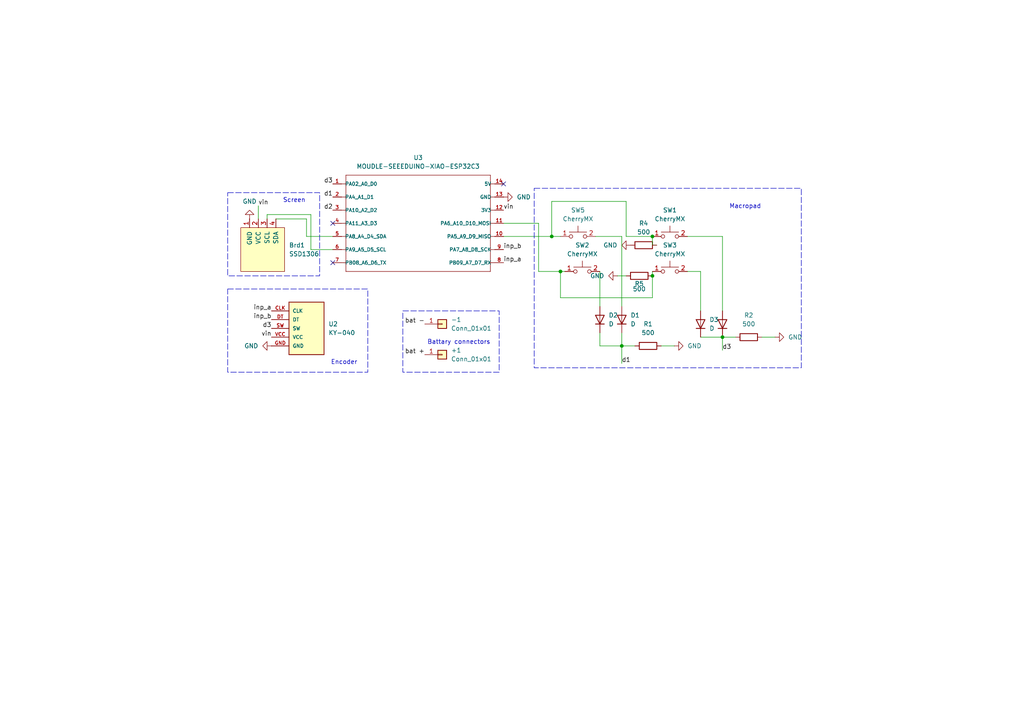
<source format=kicad_sch>
(kicad_sch
	(version 20231120)
	(generator "eeschema")
	(generator_version "8.0")
	(uuid "99642f14-29a2-4423-b587-420b0420d9e3")
	(paper "A4")
	(lib_symbols
		(symbol "Connector_Generic:Conn_01x01"
			(pin_names
				(offset 1.016) hide)
			(exclude_from_sim no)
			(in_bom yes)
			(on_board yes)
			(property "Reference" "J"
				(at 0 2.54 0)
				(effects
					(font
						(size 1.27 1.27)
					)
				)
			)
			(property "Value" "Conn_01x01"
				(at 0 -2.54 0)
				(effects
					(font
						(size 1.27 1.27)
					)
				)
			)
			(property "Footprint" ""
				(at 0 0 0)
				(effects
					(font
						(size 1.27 1.27)
					)
					(hide yes)
				)
			)
			(property "Datasheet" "~"
				(at 0 0 0)
				(effects
					(font
						(size 1.27 1.27)
					)
					(hide yes)
				)
			)
			(property "Description" "Generic connector, single row, 01x01, script generated (kicad-library-utils/schlib/autogen/connector/)"
				(at 0 0 0)
				(effects
					(font
						(size 1.27 1.27)
					)
					(hide yes)
				)
			)
			(property "ki_keywords" "connector"
				(at 0 0 0)
				(effects
					(font
						(size 1.27 1.27)
					)
					(hide yes)
				)
			)
			(property "ki_fp_filters" "Connector*:*_1x??_*"
				(at 0 0 0)
				(effects
					(font
						(size 1.27 1.27)
					)
					(hide yes)
				)
			)
			(symbol "Conn_01x01_1_1"
				(rectangle
					(start -1.27 0.127)
					(end 0 -0.127)
					(stroke
						(width 0.1524)
						(type default)
					)
					(fill
						(type none)
					)
				)
				(rectangle
					(start -1.27 1.27)
					(end 1.27 -1.27)
					(stroke
						(width 0.254)
						(type default)
					)
					(fill
						(type background)
					)
				)
				(pin passive line
					(at -5.08 0 0)
					(length 3.81)
					(name "Pin_1"
						(effects
							(font
								(size 1.27 1.27)
							)
						)
					)
					(number "1"
						(effects
							(font
								(size 1.27 1.27)
							)
						)
					)
				)
			)
		)
		(symbol "Device:D"
			(pin_numbers hide)
			(pin_names
				(offset 1.016) hide)
			(exclude_from_sim no)
			(in_bom yes)
			(on_board yes)
			(property "Reference" "D"
				(at 0 2.54 0)
				(effects
					(font
						(size 1.27 1.27)
					)
				)
			)
			(property "Value" "D"
				(at 0 -2.54 0)
				(effects
					(font
						(size 1.27 1.27)
					)
				)
			)
			(property "Footprint" ""
				(at 0 0 0)
				(effects
					(font
						(size 1.27 1.27)
					)
					(hide yes)
				)
			)
			(property "Datasheet" "~"
				(at 0 0 0)
				(effects
					(font
						(size 1.27 1.27)
					)
					(hide yes)
				)
			)
			(property "Description" "Diode"
				(at 0 0 0)
				(effects
					(font
						(size 1.27 1.27)
					)
					(hide yes)
				)
			)
			(property "Sim.Device" "D"
				(at 0 0 0)
				(effects
					(font
						(size 1.27 1.27)
					)
					(hide yes)
				)
			)
			(property "Sim.Pins" "1=K 2=A"
				(at 0 0 0)
				(effects
					(font
						(size 1.27 1.27)
					)
					(hide yes)
				)
			)
			(property "ki_keywords" "diode"
				(at 0 0 0)
				(effects
					(font
						(size 1.27 1.27)
					)
					(hide yes)
				)
			)
			(property "ki_fp_filters" "TO-???* *_Diode_* *SingleDiode* D_*"
				(at 0 0 0)
				(effects
					(font
						(size 1.27 1.27)
					)
					(hide yes)
				)
			)
			(symbol "D_0_1"
				(polyline
					(pts
						(xy -1.27 1.27) (xy -1.27 -1.27)
					)
					(stroke
						(width 0.254)
						(type default)
					)
					(fill
						(type none)
					)
				)
				(polyline
					(pts
						(xy 1.27 0) (xy -1.27 0)
					)
					(stroke
						(width 0)
						(type default)
					)
					(fill
						(type none)
					)
				)
				(polyline
					(pts
						(xy 1.27 1.27) (xy 1.27 -1.27) (xy -1.27 0) (xy 1.27 1.27)
					)
					(stroke
						(width 0.254)
						(type default)
					)
					(fill
						(type none)
					)
				)
			)
			(symbol "D_1_1"
				(pin passive line
					(at -3.81 0 0)
					(length 2.54)
					(name "K"
						(effects
							(font
								(size 1.27 1.27)
							)
						)
					)
					(number "1"
						(effects
							(font
								(size 1.27 1.27)
							)
						)
					)
				)
				(pin passive line
					(at 3.81 0 180)
					(length 2.54)
					(name "A"
						(effects
							(font
								(size 1.27 1.27)
							)
						)
					)
					(number "2"
						(effects
							(font
								(size 1.27 1.27)
							)
						)
					)
				)
			)
		)
		(symbol "Device:R"
			(pin_numbers hide)
			(pin_names
				(offset 0)
			)
			(exclude_from_sim no)
			(in_bom yes)
			(on_board yes)
			(property "Reference" "R1"
				(at 2.54 1.2701 0)
				(effects
					(font
						(size 1.27 1.27)
					)
					(justify left)
				)
			)
			(property "Value" "R"
				(at 2.54 -1.2699 0)
				(effects
					(font
						(size 1.27 1.27)
					)
					(justify left)
				)
			)
			(property "Footprint" "Resistor_SMD:R_0805_2012Metric"
				(at -1.778 0 90)
				(effects
					(font
						(size 1.27 1.27)
					)
					(hide yes)
				)
			)
			(property "Datasheet" "~"
				(at 0 0 0)
				(effects
					(font
						(size 1.27 1.27)
					)
					(hide yes)
				)
			)
			(property "Description" "Resistor"
				(at 0 0 0)
				(effects
					(font
						(size 1.27 1.27)
					)
					(hide yes)
				)
			)
			(property "ki_keywords" "R res resistor"
				(at 0 0 0)
				(effects
					(font
						(size 1.27 1.27)
					)
					(hide yes)
				)
			)
			(property "ki_fp_filters" "R_*"
				(at 0 0 0)
				(effects
					(font
						(size 1.27 1.27)
					)
					(hide yes)
				)
			)
			(symbol "R_0_1"
				(rectangle
					(start -1.016 -2.54)
					(end 1.016 2.54)
					(stroke
						(width 0.254)
						(type default)
					)
					(fill
						(type none)
					)
				)
			)
			(symbol "R_1_1"
				(pin passive line
					(at 0 3.81 270)
					(length 1.27)
					(name "~"
						(effects
							(font
								(size 1.27 1.27)
							)
						)
					)
					(number "1"
						(effects
							(font
								(size 1.27 1.27)
							)
						)
					)
				)
				(pin passive line
					(at 0 -3.81 90)
					(length 1.27)
					(name "~"
						(effects
							(font
								(size 1.27 1.27)
							)
						)
					)
					(number "2"
						(effects
							(font
								(size 1.27 1.27)
							)
						)
					)
				)
			)
		)
		(symbol "Screen:SSD1306"
			(pin_names
				(offset 1.016)
			)
			(exclude_from_sim no)
			(in_bom yes)
			(on_board yes)
			(property "Reference" "Brd1"
				(at 7.62 1.2701 0)
				(effects
					(font
						(size 1.27 1.27)
					)
					(justify left)
				)
			)
			(property "Value" "SSD1306"
				(at 7.62 -1.2699 0)
				(effects
					(font
						(size 1.27 1.27)
					)
					(justify left)
				)
			)
			(property "Footprint" "Display:Adafruit_SSD1306_No_Mounting_Holes"
				(at 0 6.35 0)
				(effects
					(font
						(size 1.27 1.27)
					)
					(hide yes)
				)
			)
			(property "Datasheet" ""
				(at 0 6.35 0)
				(effects
					(font
						(size 1.27 1.27)
					)
					(hide yes)
				)
			)
			(property "Description" "SSD1306 OLED"
				(at 0 0 0)
				(effects
					(font
						(size 1.27 1.27)
					)
					(hide yes)
				)
			)
			(property "ki_keywords" "SSD1306"
				(at 0 0 0)
				(effects
					(font
						(size 1.27 1.27)
					)
					(hide yes)
				)
			)
			(property "ki_fp_filters" "SSD1306-128x64_OLED:SSD1306"
				(at 0 0 0)
				(effects
					(font
						(size 1.27 1.27)
					)
					(hide yes)
				)
			)
			(symbol "SSD1306_0_1"
				(rectangle
					(start -6.35 6.35)
					(end 6.35 -6.35)
					(stroke
						(width 0)
						(type solid)
					)
					(fill
						(type background)
					)
				)
			)
			(symbol "SSD1306_1_1"
				(pin input line
					(at -3.81 8.89 270)
					(length 2.54)
					(name "GND"
						(effects
							(font
								(size 1.27 1.27)
							)
						)
					)
					(number "1"
						(effects
							(font
								(size 1.27 1.27)
							)
						)
					)
				)
				(pin input line
					(at -1.27 8.89 270)
					(length 2.54)
					(name "VCC"
						(effects
							(font
								(size 1.27 1.27)
							)
						)
					)
					(number "2"
						(effects
							(font
								(size 1.27 1.27)
							)
						)
					)
				)
				(pin input line
					(at 1.27 8.89 270)
					(length 2.54)
					(name "SCL"
						(effects
							(font
								(size 1.27 1.27)
							)
						)
					)
					(number "3"
						(effects
							(font
								(size 1.27 1.27)
							)
						)
					)
				)
				(pin input line
					(at 3.81 8.89 270)
					(length 2.54)
					(name "SDA"
						(effects
							(font
								(size 1.27 1.27)
							)
						)
					)
					(number "4"
						(effects
							(font
								(size 1.27 1.27)
							)
						)
					)
				)
			)
		)
		(symbol "cherry:CherryMX"
			(pin_names
				(offset 0.254)
			)
			(exclude_from_sim no)
			(in_bom yes)
			(on_board yes)
			(property "Reference" "SW"
				(at 2.54 3.175 0)
				(effects
					(font
						(size 1.27 1.27)
					)
				)
			)
			(property "Value" "CherryMX"
				(at 0 -1.905 0)
				(effects
					(font
						(size 1.27 1.27)
					)
				)
			)
			(property "Footprint" ""
				(at 0 0.635 0)
				(effects
					(font
						(size 1.27 1.27)
					)
					(hide yes)
				)
			)
			(property "Datasheet" ""
				(at 0 0.635 0)
				(effects
					(font
						(size 1.27 1.27)
					)
					(hide yes)
				)
			)
			(property "Description" ""
				(at 0 0 0)
				(effects
					(font
						(size 1.27 1.27)
					)
					(hide yes)
				)
			)
			(symbol "CherryMX_1_1"
				(circle
					(center -2.032 0)
					(radius 0.508)
					(stroke
						(width 0)
						(type solid)
					)
					(fill
						(type none)
					)
				)
				(polyline
					(pts
						(xy 0 1.27) (xy 0 3.048)
					)
					(stroke
						(width 0)
						(type solid)
					)
					(fill
						(type none)
					)
				)
				(polyline
					(pts
						(xy 2.54 1.27) (xy -2.54 1.27)
					)
					(stroke
						(width 0)
						(type solid)
					)
					(fill
						(type none)
					)
				)
				(circle
					(center 2.032 0)
					(radius 0.508)
					(stroke
						(width 0)
						(type solid)
					)
					(fill
						(type none)
					)
				)
				(pin passive line
					(at -5.08 0 0)
					(length 2.54)
					(name "~"
						(effects
							(font
								(size 1.27 1.27)
							)
						)
					)
					(number "1"
						(effects
							(font
								(size 1.27 1.27)
							)
						)
					)
				)
				(pin passive line
					(at 5.08 0 180)
					(length 2.54)
					(name "~"
						(effects
							(font
								(size 1.27 1.27)
							)
						)
					)
					(number "2"
						(effects
							(font
								(size 1.27 1.27)
							)
						)
					)
				)
			)
		)
		(symbol "encoder:KY-040"
			(pin_names
				(offset 1.016)
			)
			(exclude_from_sim no)
			(in_bom yes)
			(on_board yes)
			(property "Reference" "U"
				(at -5.08 10.16 0)
				(effects
					(font
						(size 1.27 1.27)
					)
					(justify left bottom)
				)
			)
			(property "Value" "KY-040"
				(at -5.08 -12.7 0)
				(effects
					(font
						(size 1.27 1.27)
					)
					(justify left bottom)
				)
			)
			(property "Footprint" "KY-040:KY-040-PORT"
				(at 0 0 0)
				(effects
					(font
						(size 1.27 1.27)
					)
					(justify bottom)
					(hide yes)
				)
			)
			(property "Datasheet" ""
				(at 0 0 0)
				(effects
					(font
						(size 1.27 1.27)
					)
					(hide yes)
				)
			)
			(property "Description" ""
				(at 0 0 0)
				(effects
					(font
						(size 1.27 1.27)
					)
					(hide yes)
				)
			)
			(property "MF" "Joy-IT"
				(at 0 0 0)
				(effects
					(font
						(size 1.27 1.27)
					)
					(justify bottom)
					(hide yes)
				)
			)
			(property "Description_1" "\nKY-5.0-4P Green(RAL6018/T) ; CONTACT WITH TIN PLATED MARK\n"
				(at 0 0 0)
				(effects
					(font
						(size 1.27 1.27)
					)
					(justify bottom)
					(hide yes)
				)
			)
			(property "Package" "Package"
				(at 0 0 0)
				(effects
					(font
						(size 1.27 1.27)
					)
					(justify bottom)
					(hide yes)
				)
			)
			(property "Price" "None"
				(at 0 0 0)
				(effects
					(font
						(size 1.27 1.27)
					)
					(justify bottom)
					(hide yes)
				)
			)
			(property "SnapEDA_Link" "https://www.snapeda.com/parts/KY-040/Joy-IT/view-part/?ref=snap"
				(at 0 0 0)
				(effects
					(font
						(size 1.27 1.27)
					)
					(justify bottom)
					(hide yes)
				)
			)
			(property "MP" "KY-040"
				(at 0 0 0)
				(effects
					(font
						(size 1.27 1.27)
					)
					(justify bottom)
					(hide yes)
				)
			)
			(property "Availability" "Not in stock"
				(at 0 0 0)
				(effects
					(font
						(size 1.27 1.27)
					)
					(justify bottom)
					(hide yes)
				)
			)
			(property "Check_prices" "https://www.snapeda.com/parts/KY-040/Joy-IT/view-part/?ref=eda"
				(at 0 0 0)
				(effects
					(font
						(size 1.27 1.27)
					)
					(justify bottom)
					(hide yes)
				)
			)
			(symbol "KY-040_0_0"
				(rectangle
					(start -5.08 -7.62)
					(end 5.08 7.62)
					(stroke
						(width 0.254)
						(type default)
					)
					(fill
						(type background)
					)
				)
				(pin output line
					(at -10.16 5.08 0)
					(length 5.08)
					(name "CLK"
						(effects
							(font
								(size 1.016 1.016)
							)
						)
					)
					(number "CLK"
						(effects
							(font
								(size 1.016 1.016)
							)
						)
					)
				)
				(pin output line
					(at -10.16 2.54 0)
					(length 5.08)
					(name "DT"
						(effects
							(font
								(size 1.016 1.016)
							)
						)
					)
					(number "DT"
						(effects
							(font
								(size 1.016 1.016)
							)
						)
					)
				)
				(pin power_in line
					(at -10.16 -5.08 0)
					(length 5.08)
					(name "GND"
						(effects
							(font
								(size 1.016 1.016)
							)
						)
					)
					(number "GND"
						(effects
							(font
								(size 1.016 1.016)
							)
						)
					)
				)
				(pin output line
					(at -10.16 0 0)
					(length 5.08)
					(name "SW"
						(effects
							(font
								(size 1.016 1.016)
							)
						)
					)
					(number "SW"
						(effects
							(font
								(size 1.016 1.016)
							)
						)
					)
				)
				(pin power_in line
					(at -10.16 -2.54 0)
					(length 5.08)
					(name "VCC"
						(effects
							(font
								(size 1.016 1.016)
							)
						)
					)
					(number "VCC"
						(effects
							(font
								(size 1.016 1.016)
							)
						)
					)
				)
			)
		)
		(symbol "esp32c3:MOUDLE-SEEEDUINO-XIAO-ESP32C3"
			(pin_names
				(offset 1.016)
			)
			(exclude_from_sim no)
			(in_bom yes)
			(on_board yes)
			(property "Reference" "U"
				(at -21.59 15.24 0)
				(effects
					(font
						(size 1.27 1.27)
					)
					(justify left bottom)
				)
			)
			(property "Value" "MOUDLE-SEEEDUINO-XIAO-ESP32C3"
				(at -21.59 13.97 0)
				(effects
					(font
						(size 1.27 1.27)
					)
					(justify left bottom)
				)
			)
			(property "Footprint" "MOUDLE14P-SMD-2.54-21X17.8MM"
				(at 0 0 0)
				(effects
					(font
						(size 1.27 1.27)
					)
					(justify bottom)
					(hide yes)
				)
			)
			(property "Datasheet" ""
				(at 0 0 0)
				(effects
					(font
						(size 1.27 1.27)
					)
					(hide yes)
				)
			)
			(property "Description" ""
				(at 0 0 0)
				(effects
					(font
						(size 1.27 1.27)
					)
					(hide yes)
				)
			)
			(symbol "MOUDLE-SEEEDUINO-XIAO-ESP32C3_0_0"
				(polyline
					(pts
						(xy -21.59 -13.97) (xy -21.59 0)
					)
					(stroke
						(width 0.1524)
						(type default)
					)
					(fill
						(type none)
					)
				)
				(polyline
					(pts
						(xy -21.59 -11.43) (xy -22.86 -11.43)
					)
					(stroke
						(width 0.1524)
						(type default)
					)
					(fill
						(type none)
					)
				)
				(polyline
					(pts
						(xy -21.59 -7.62) (xy -22.86 -7.62)
					)
					(stroke
						(width 0.1524)
						(type default)
					)
					(fill
						(type none)
					)
				)
				(polyline
					(pts
						(xy -21.59 -3.81) (xy -22.86 -3.81)
					)
					(stroke
						(width 0.1524)
						(type default)
					)
					(fill
						(type none)
					)
				)
				(polyline
					(pts
						(xy -21.59 0) (xy -22.86 0)
					)
					(stroke
						(width 0.1524)
						(type default)
					)
					(fill
						(type none)
					)
				)
				(polyline
					(pts
						(xy -21.59 0) (xy -21.59 3.81)
					)
					(stroke
						(width 0.1524)
						(type default)
					)
					(fill
						(type none)
					)
				)
				(polyline
					(pts
						(xy -21.59 3.81) (xy -22.86 3.81)
					)
					(stroke
						(width 0.1524)
						(type default)
					)
					(fill
						(type none)
					)
				)
				(polyline
					(pts
						(xy -21.59 3.81) (xy -21.59 7.62)
					)
					(stroke
						(width 0.1524)
						(type default)
					)
					(fill
						(type none)
					)
				)
				(polyline
					(pts
						(xy -21.59 7.62) (xy -22.86 7.62)
					)
					(stroke
						(width 0.1524)
						(type default)
					)
					(fill
						(type none)
					)
				)
				(polyline
					(pts
						(xy -21.59 7.62) (xy -21.59 11.43)
					)
					(stroke
						(width 0.1524)
						(type default)
					)
					(fill
						(type none)
					)
				)
				(polyline
					(pts
						(xy -21.59 11.43) (xy -22.86 11.43)
					)
					(stroke
						(width 0.1524)
						(type default)
					)
					(fill
						(type none)
					)
				)
				(polyline
					(pts
						(xy -21.59 11.43) (xy -21.59 13.97)
					)
					(stroke
						(width 0.1524)
						(type default)
					)
					(fill
						(type none)
					)
				)
				(polyline
					(pts
						(xy -21.59 13.97) (xy 20.32 13.97)
					)
					(stroke
						(width 0.1524)
						(type default)
					)
					(fill
						(type none)
					)
				)
				(polyline
					(pts
						(xy 20.32 -13.97) (xy -21.59 -13.97)
					)
					(stroke
						(width 0.1524)
						(type default)
					)
					(fill
						(type none)
					)
				)
				(polyline
					(pts
						(xy 20.32 3.81) (xy 20.32 -13.97)
					)
					(stroke
						(width 0.1524)
						(type default)
					)
					(fill
						(type none)
					)
				)
				(polyline
					(pts
						(xy 20.32 7.62) (xy 20.32 3.81)
					)
					(stroke
						(width 0.1524)
						(type default)
					)
					(fill
						(type none)
					)
				)
				(polyline
					(pts
						(xy 20.32 11.43) (xy 20.32 7.62)
					)
					(stroke
						(width 0.1524)
						(type default)
					)
					(fill
						(type none)
					)
				)
				(polyline
					(pts
						(xy 20.32 13.97) (xy 20.32 11.43)
					)
					(stroke
						(width 0.1524)
						(type default)
					)
					(fill
						(type none)
					)
				)
				(polyline
					(pts
						(xy 21.59 -11.43) (xy 20.32 -11.43)
					)
					(stroke
						(width 0.1524)
						(type default)
					)
					(fill
						(type none)
					)
				)
				(polyline
					(pts
						(xy 21.59 -7.62) (xy 20.32 -7.62)
					)
					(stroke
						(width 0.1524)
						(type default)
					)
					(fill
						(type none)
					)
				)
				(polyline
					(pts
						(xy 21.59 -3.81) (xy 20.32 -3.81)
					)
					(stroke
						(width 0.1524)
						(type default)
					)
					(fill
						(type none)
					)
				)
				(polyline
					(pts
						(xy 21.59 0) (xy 20.32 0)
					)
					(stroke
						(width 0.1524)
						(type default)
					)
					(fill
						(type none)
					)
				)
				(polyline
					(pts
						(xy 21.59 3.81) (xy 20.32 3.81)
					)
					(stroke
						(width 0.1524)
						(type default)
					)
					(fill
						(type none)
					)
				)
				(polyline
					(pts
						(xy 21.59 7.62) (xy 20.32 7.62)
					)
					(stroke
						(width 0.1524)
						(type default)
					)
					(fill
						(type none)
					)
				)
				(polyline
					(pts
						(xy 21.59 11.43) (xy 20.32 11.43)
					)
					(stroke
						(width 0.1524)
						(type default)
					)
					(fill
						(type none)
					)
				)
				(pin bidirectional line
					(at -25.4 11.43 0)
					(length 2.54)
					(name "PA02_A0_D0"
						(effects
							(font
								(size 1.016 1.016)
							)
						)
					)
					(number "1"
						(effects
							(font
								(size 1.016 1.016)
							)
						)
					)
				)
				(pin bidirectional line
					(at 24.13 -3.81 180)
					(length 2.54)
					(name "PA5_A9_D9_MISO"
						(effects
							(font
								(size 1.016 1.016)
							)
						)
					)
					(number "10"
						(effects
							(font
								(size 1.016 1.016)
							)
						)
					)
				)
				(pin bidirectional line
					(at 24.13 0 180)
					(length 2.54)
					(name "PA6_A10_D10_MOSI"
						(effects
							(font
								(size 1.016 1.016)
							)
						)
					)
					(number "11"
						(effects
							(font
								(size 1.016 1.016)
							)
						)
					)
				)
				(pin bidirectional line
					(at 24.13 3.81 180)
					(length 2.54)
					(name "3V3"
						(effects
							(font
								(size 1.016 1.016)
							)
						)
					)
					(number "12"
						(effects
							(font
								(size 1.016 1.016)
							)
						)
					)
				)
				(pin bidirectional line
					(at 24.13 7.62 180)
					(length 2.54)
					(name "GND"
						(effects
							(font
								(size 1.016 1.016)
							)
						)
					)
					(number "13"
						(effects
							(font
								(size 1.016 1.016)
							)
						)
					)
				)
				(pin bidirectional line
					(at 24.13 11.43 180)
					(length 2.54)
					(name "5V"
						(effects
							(font
								(size 1.016 1.016)
							)
						)
					)
					(number "14"
						(effects
							(font
								(size 1.016 1.016)
							)
						)
					)
				)
				(pin bidirectional line
					(at -25.4 7.62 0)
					(length 2.54)
					(name "PA4_A1_D1"
						(effects
							(font
								(size 1.016 1.016)
							)
						)
					)
					(number "2"
						(effects
							(font
								(size 1.016 1.016)
							)
						)
					)
				)
				(pin bidirectional line
					(at -25.4 3.81 0)
					(length 2.54)
					(name "PA10_A2_D2"
						(effects
							(font
								(size 1.016 1.016)
							)
						)
					)
					(number "3"
						(effects
							(font
								(size 1.016 1.016)
							)
						)
					)
				)
				(pin bidirectional line
					(at -25.4 0 0)
					(length 2.54)
					(name "PA11_A3_D3"
						(effects
							(font
								(size 1.016 1.016)
							)
						)
					)
					(number "4"
						(effects
							(font
								(size 1.016 1.016)
							)
						)
					)
				)
				(pin bidirectional line
					(at -25.4 -3.81 0)
					(length 2.54)
					(name "PA8_A4_D4_SDA"
						(effects
							(font
								(size 1.016 1.016)
							)
						)
					)
					(number "5"
						(effects
							(font
								(size 1.016 1.016)
							)
						)
					)
				)
				(pin bidirectional line
					(at -25.4 -7.62 0)
					(length 2.54)
					(name "PA9_A5_D5_SCL"
						(effects
							(font
								(size 1.016 1.016)
							)
						)
					)
					(number "6"
						(effects
							(font
								(size 1.016 1.016)
							)
						)
					)
				)
				(pin bidirectional line
					(at -25.4 -11.43 0)
					(length 2.54)
					(name "PB08_A6_D6_TX"
						(effects
							(font
								(size 1.016 1.016)
							)
						)
					)
					(number "7"
						(effects
							(font
								(size 1.016 1.016)
							)
						)
					)
				)
				(pin bidirectional line
					(at 24.13 -11.43 180)
					(length 2.54)
					(name "PB09_A7_D7_RX"
						(effects
							(font
								(size 1.016 1.016)
							)
						)
					)
					(number "8"
						(effects
							(font
								(size 1.016 1.016)
							)
						)
					)
				)
				(pin bidirectional line
					(at 24.13 -7.62 180)
					(length 2.54)
					(name "PA7_A8_D8_SCK"
						(effects
							(font
								(size 1.016 1.016)
							)
						)
					)
					(number "9"
						(effects
							(font
								(size 1.016 1.016)
							)
						)
					)
				)
			)
		)
		(symbol "power:GND"
			(power)
			(pin_numbers hide)
			(pin_names
				(offset 0) hide)
			(exclude_from_sim no)
			(in_bom yes)
			(on_board yes)
			(property "Reference" "#PWR"
				(at 0 -6.35 0)
				(effects
					(font
						(size 1.27 1.27)
					)
					(hide yes)
				)
			)
			(property "Value" "GND"
				(at 0 -3.81 0)
				(effects
					(font
						(size 1.27 1.27)
					)
				)
			)
			(property "Footprint" ""
				(at 0 0 0)
				(effects
					(font
						(size 1.27 1.27)
					)
					(hide yes)
				)
			)
			(property "Datasheet" ""
				(at 0 0 0)
				(effects
					(font
						(size 1.27 1.27)
					)
					(hide yes)
				)
			)
			(property "Description" "Power symbol creates a global label with name \"GND\" , ground"
				(at 0 0 0)
				(effects
					(font
						(size 1.27 1.27)
					)
					(hide yes)
				)
			)
			(property "ki_keywords" "global power"
				(at 0 0 0)
				(effects
					(font
						(size 1.27 1.27)
					)
					(hide yes)
				)
			)
			(symbol "GND_0_1"
				(polyline
					(pts
						(xy 0 0) (xy 0 -1.27) (xy 1.27 -1.27) (xy 0 -2.54) (xy -1.27 -1.27) (xy 0 -1.27)
					)
					(stroke
						(width 0)
						(type default)
					)
					(fill
						(type none)
					)
				)
			)
			(symbol "GND_1_1"
				(pin power_in line
					(at 0 0 270)
					(length 0)
					(name "~"
						(effects
							(font
								(size 1.27 1.27)
							)
						)
					)
					(number "1"
						(effects
							(font
								(size 1.27 1.27)
							)
						)
					)
				)
			)
		)
	)
	(junction
		(at 160.02 68.58)
		(diameter 0)
		(color 0 0 0 0)
		(uuid "20def3f1-d365-4e1f-8db3-9051e096643e")
	)
	(junction
		(at 189.23 80.01)
		(diameter 0)
		(color 0 0 0 0)
		(uuid "46c4a995-84d4-4d14-8654-47dfcec60c07")
	)
	(junction
		(at 162.56 78.74)
		(diameter 0)
		(color 0 0 0 0)
		(uuid "6436420a-d857-4d3f-b64c-2fb56a6e58a6")
	)
	(junction
		(at 189.23 68.58)
		(diameter 0)
		(color 0 0 0 0)
		(uuid "6e6631cc-7de4-4330-9144-fa89db402a69")
	)
	(junction
		(at 209.55 97.79)
		(diameter 0)
		(color 0 0 0 0)
		(uuid "ab37cd87-f5a1-4184-a78f-81e49440f8f6")
	)
	(junction
		(at 180.34 100.33)
		(diameter 0)
		(color 0 0 0 0)
		(uuid "ad6447e9-fe47-4357-9e9b-8e757af978a7")
	)
	(no_connect
		(at 96.52 64.77)
		(uuid "8b42bfea-4120-42bb-9f3c-8d253f956bbc")
	)
	(no_connect
		(at 146.05 53.34)
		(uuid "a89d09bd-4ebf-4c38-aa54-81f4b27f3841")
	)
	(no_connect
		(at 96.52 76.2)
		(uuid "d22af00e-ffc7-46a6-8c71-19bb142eea09")
	)
	(wire
		(pts
			(xy 80.01 63.5) (xy 88.9 63.5)
		)
		(stroke
			(width 0)
			(type default)
		)
		(uuid "014430ce-9b17-4a25-962f-0118be85bf49")
	)
	(wire
		(pts
			(xy 189.23 78.74) (xy 189.23 80.01)
		)
		(stroke
			(width 0)
			(type default)
		)
		(uuid "0436b01c-ad7c-4e33-87f8-9b6e98ab8d80")
	)
	(wire
		(pts
			(xy 189.23 71.12) (xy 189.23 68.58)
		)
		(stroke
			(width 0)
			(type default)
		)
		(uuid "08256b7f-8c5b-412a-92d6-900577deb3e7")
	)
	(wire
		(pts
			(xy 179.07 80.01) (xy 181.61 80.01)
		)
		(stroke
			(width 0)
			(type default)
		)
		(uuid "0d2aca17-a954-4870-aa77-32bae3e62acc")
	)
	(wire
		(pts
			(xy 88.9 68.58) (xy 96.52 68.58)
		)
		(stroke
			(width 0)
			(type default)
		)
		(uuid "13792396-d83e-40bf-9722-165f18a34440")
	)
	(wire
		(pts
			(xy 160.02 68.58) (xy 162.56 68.58)
		)
		(stroke
			(width 0)
			(type default)
		)
		(uuid "147b5fae-1d22-4463-b3fb-6828f3232edb")
	)
	(wire
		(pts
			(xy 181.61 58.42) (xy 160.02 58.42)
		)
		(stroke
			(width 0)
			(type default)
		)
		(uuid "1626ccd0-069b-4eee-ba64-cac6db24fd20")
	)
	(wire
		(pts
			(xy 90.17 72.39) (xy 96.52 72.39)
		)
		(stroke
			(width 0)
			(type default)
		)
		(uuid "162f5d28-1c22-4e94-9ea2-1b272899194c")
	)
	(wire
		(pts
			(xy 181.61 68.58) (xy 189.23 68.58)
		)
		(stroke
			(width 0)
			(type default)
		)
		(uuid "1c70bda6-dd51-4cdf-9fd0-fe324e4442eb")
	)
	(wire
		(pts
			(xy 146.05 64.77) (xy 156.21 64.77)
		)
		(stroke
			(width 0)
			(type default)
		)
		(uuid "1ce959c3-70b9-432a-94b8-b54628d4c7df")
	)
	(wire
		(pts
			(xy 146.05 68.58) (xy 160.02 68.58)
		)
		(stroke
			(width 0)
			(type default)
		)
		(uuid "257751a4-4ff8-4468-84bd-da070ae0b0c0")
	)
	(wire
		(pts
			(xy 209.55 68.58) (xy 209.55 90.17)
		)
		(stroke
			(width 0)
			(type default)
		)
		(uuid "2f4e1cdf-07da-4081-8b93-47d00f852dc9")
	)
	(wire
		(pts
			(xy 88.9 63.5) (xy 88.9 68.58)
		)
		(stroke
			(width 0)
			(type default)
		)
		(uuid "37747d19-866c-4a46-8aaa-2647ff99dabf")
	)
	(wire
		(pts
			(xy 190.5 71.12) (xy 189.23 71.12)
		)
		(stroke
			(width 0)
			(type default)
		)
		(uuid "42ce7eae-3668-40e5-821a-89fd8f22c911")
	)
	(wire
		(pts
			(xy 199.39 78.74) (xy 203.2 78.74)
		)
		(stroke
			(width 0)
			(type default)
		)
		(uuid "4697bc64-7351-4020-b0fb-797e53fa9fe8")
	)
	(wire
		(pts
			(xy 203.2 97.79) (xy 209.55 97.79)
		)
		(stroke
			(width 0)
			(type default)
		)
		(uuid "4dd2f224-5dd7-4c3e-b44f-1ba0004f74a9")
	)
	(wire
		(pts
			(xy 156.21 64.77) (xy 156.21 78.74)
		)
		(stroke
			(width 0)
			(type default)
		)
		(uuid "4f4fcd50-e1cf-4ca8-b87b-26009bd928c0")
	)
	(wire
		(pts
			(xy 180.34 100.33) (xy 184.15 100.33)
		)
		(stroke
			(width 0)
			(type default)
		)
		(uuid "663fdb8e-eaac-45fb-b423-ef346cb09250")
	)
	(wire
		(pts
			(xy 199.39 68.58) (xy 209.55 68.58)
		)
		(stroke
			(width 0)
			(type default)
		)
		(uuid "67f453f9-5e52-4366-b79d-317443ecccfa")
	)
	(wire
		(pts
			(xy 189.23 86.36) (xy 162.56 86.36)
		)
		(stroke
			(width 0)
			(type default)
		)
		(uuid "698d3e99-57a0-4c9b-a53b-ae484b267a78")
	)
	(wire
		(pts
			(xy 173.99 100.33) (xy 180.34 100.33)
		)
		(stroke
			(width 0)
			(type default)
		)
		(uuid "7b47a6b8-40f3-425c-a17c-0082131a0bcd")
	)
	(wire
		(pts
			(xy 173.99 78.74) (xy 173.99 88.9)
		)
		(stroke
			(width 0)
			(type default)
		)
		(uuid "86595223-adf4-40ba-8811-bc0f064d6e2a")
	)
	(wire
		(pts
			(xy 172.72 68.58) (xy 180.34 68.58)
		)
		(stroke
			(width 0)
			(type default)
		)
		(uuid "8712b38f-764d-4d6d-a255-94167c156bab")
	)
	(wire
		(pts
			(xy 90.17 62.23) (xy 90.17 72.39)
		)
		(stroke
			(width 0)
			(type default)
		)
		(uuid "892887f9-98b2-4254-bab8-76924ec0af7b")
	)
	(wire
		(pts
			(xy 160.02 58.42) (xy 160.02 68.58)
		)
		(stroke
			(width 0)
			(type default)
		)
		(uuid "a9f78b3e-1897-4158-9f1c-959178aa3eb3")
	)
	(wire
		(pts
			(xy 156.21 78.74) (xy 162.56 78.74)
		)
		(stroke
			(width 0)
			(type default)
		)
		(uuid "b43c4e05-a1cf-4b3b-88dd-15e57cb3dbb8")
	)
	(wire
		(pts
			(xy 209.55 97.79) (xy 213.36 97.79)
		)
		(stroke
			(width 0)
			(type default)
		)
		(uuid "b718450d-9f62-435a-8acc-4b02e7a04de4")
	)
	(wire
		(pts
			(xy 181.61 68.58) (xy 181.61 58.42)
		)
		(stroke
			(width 0)
			(type default)
		)
		(uuid "ba5f97c6-19bb-46a0-818d-90719738b235")
	)
	(wire
		(pts
			(xy 209.55 97.79) (xy 209.55 101.6)
		)
		(stroke
			(width 0)
			(type default)
		)
		(uuid "bc97ef3b-8269-4ba9-a6f3-204db2f93a9a")
	)
	(wire
		(pts
			(xy 191.77 100.33) (xy 195.58 100.33)
		)
		(stroke
			(width 0)
			(type default)
		)
		(uuid "bdadb40b-9f73-42dc-8923-71f00a1383ce")
	)
	(wire
		(pts
			(xy 180.34 100.33) (xy 180.34 96.52)
		)
		(stroke
			(width 0)
			(type default)
		)
		(uuid "c876eb24-e24f-4bee-a858-9440e816cc14")
	)
	(wire
		(pts
			(xy 77.47 63.5) (xy 77.47 62.23)
		)
		(stroke
			(width 0)
			(type default)
		)
		(uuid "c999c104-1469-4e1a-84f2-666d24dcfdba")
	)
	(wire
		(pts
			(xy 180.34 100.33) (xy 180.34 105.41)
		)
		(stroke
			(width 0)
			(type default)
		)
		(uuid "cc8b55da-8253-462c-81b4-7b5d56b16582")
	)
	(wire
		(pts
			(xy 189.23 80.01) (xy 189.23 86.36)
		)
		(stroke
			(width 0)
			(type default)
		)
		(uuid "d0da45ba-be42-45be-a063-dba6e7f8a800")
	)
	(wire
		(pts
			(xy 173.99 96.52) (xy 173.99 100.33)
		)
		(stroke
			(width 0)
			(type default)
		)
		(uuid "d4bf5be9-78c8-4cd5-86e1-318fd8b22a57")
	)
	(wire
		(pts
			(xy 203.2 78.74) (xy 203.2 90.17)
		)
		(stroke
			(width 0)
			(type default)
		)
		(uuid "d86afe94-8feb-4aaa-80de-97f4582ec9ba")
	)
	(wire
		(pts
			(xy 162.56 86.36) (xy 162.56 78.74)
		)
		(stroke
			(width 0)
			(type default)
		)
		(uuid "e25cfad7-e756-4f1d-a797-670f219231f1")
	)
	(wire
		(pts
			(xy 77.47 62.23) (xy 90.17 62.23)
		)
		(stroke
			(width 0)
			(type default)
		)
		(uuid "e5bb6278-a4bb-497e-8e53-fb1004873868")
	)
	(wire
		(pts
			(xy 180.34 68.58) (xy 180.34 88.9)
		)
		(stroke
			(width 0)
			(type default)
		)
		(uuid "ee6bdf8e-120b-44b8-8d5d-603870f71797")
	)
	(wire
		(pts
			(xy 220.98 97.79) (xy 224.79 97.79)
		)
		(stroke
			(width 0)
			(type default)
		)
		(uuid "f3c275eb-0367-4fbf-90ab-e14a33c52efd")
	)
	(wire
		(pts
			(xy 162.56 78.74) (xy 163.83 78.74)
		)
		(stroke
			(width 0)
			(type default)
		)
		(uuid "f3f3d0d1-3557-470e-ac05-154b01c3b8ea")
	)
	(wire
		(pts
			(xy 74.93 59.69) (xy 74.93 63.5)
		)
		(stroke
			(width 0)
			(type default)
		)
		(uuid "fc1e1322-5028-4c60-935d-921adc66a508")
	)
	(rectangle
		(start 66.04 83.82)
		(end 106.68 107.95)
		(stroke
			(width 0)
			(type dash)
		)
		(fill
			(type none)
		)
		(uuid 3bb93401-fc76-4a7b-9310-aadbb199e0bc)
	)
	(rectangle
		(start 154.94 54.61)
		(end 232.41 106.68)
		(stroke
			(width 0)
			(type dash)
		)
		(fill
			(type none)
		)
		(uuid 92531c90-a8a0-48c8-8589-a6def7105cc4)
	)
	(rectangle
		(start 116.84 90.17)
		(end 144.78 107.95)
		(stroke
			(width 0)
			(type dash)
		)
		(fill
			(type none)
		)
		(uuid a7944735-a595-4898-a89e-37d3eac484dd)
	)
	(rectangle
		(start 66.04 55.88)
		(end 92.71 80.01)
		(stroke
			(width 0)
			(type dash)
		)
		(fill
			(type none)
		)
		(uuid cb37c3c0-c3ef-4417-82e3-a07bcab332fb)
	)
	(text "Encoder\n"
		(exclude_from_sim no)
		(at 99.822 105.156 0)
		(effects
			(font
				(size 1.27 1.27)
			)
		)
		(uuid "416a6a4c-27e4-4233-8dad-d3d0bb81c30f")
	)
	(text "Battary connectors"
		(exclude_from_sim no)
		(at 133.096 99.314 0)
		(effects
			(font
				(size 1.27 1.27)
			)
		)
		(uuid "47c25d91-0843-4bd0-ab7c-96d22726b654")
	)
	(text "Macropad\n"
		(exclude_from_sim no)
		(at 216.154 59.944 0)
		(effects
			(font
				(size 1.27 1.27)
			)
		)
		(uuid "8b1782cb-8835-4953-82b6-210ec5cd5555")
	)
	(text "Screen\n"
		(exclude_from_sim no)
		(at 85.344 58.166 0)
		(effects
			(font
				(size 1.27 1.27)
			)
		)
		(uuid "c14879e7-fc4f-43f9-9482-3178fa94572d")
	)
	(label "vin"
		(at 78.74 97.79 180)
		(fields_autoplaced yes)
		(effects
			(font
				(size 1.27 1.27)
			)
			(justify right bottom)
		)
		(uuid "0ffc4ca5-2c97-449d-8438-cce14e153650")
	)
	(label "d1"
		(at 96.52 57.15 180)
		(fields_autoplaced yes)
		(effects
			(font
				(size 1.27 1.27)
			)
			(justify right bottom)
		)
		(uuid "22f48c94-fd33-4ac9-9e47-66e17974c54e")
	)
	(label "d2"
		(at 96.52 60.96 180)
		(fields_autoplaced yes)
		(effects
			(font
				(size 1.27 1.27)
			)
			(justify right bottom)
		)
		(uuid "2ff3f134-5314-4a22-9c63-66110e4de44e")
	)
	(label "inp_b"
		(at 146.05 72.39 0)
		(fields_autoplaced yes)
		(effects
			(font
				(size 1.27 1.27)
			)
			(justify left bottom)
		)
		(uuid "397be279-b442-4e87-ab15-4322e0685f84")
	)
	(label "vin"
		(at 146.05 60.96 0)
		(fields_autoplaced yes)
		(effects
			(font
				(size 1.27 1.27)
			)
			(justify left bottom)
		)
		(uuid "49f17e89-5a11-4a42-9a66-ec209fdb19ad")
	)
	(label "vin"
		(at 74.93 59.69 0)
		(fields_autoplaced yes)
		(effects
			(font
				(size 1.27 1.27)
			)
			(justify left bottom)
		)
		(uuid "5cb3ca4b-1baf-43a6-891a-2185d2d9e7f7")
	)
	(label "bat +"
		(at 123.19 102.87 180)
		(fields_autoplaced yes)
		(effects
			(font
				(size 1.27 1.27)
			)
			(justify right bottom)
		)
		(uuid "6a2e2081-af42-414e-ad2f-23e415e5036f")
	)
	(label "d3"
		(at 209.55 101.6 0)
		(fields_autoplaced yes)
		(effects
			(font
				(size 1.27 1.27)
			)
			(justify left bottom)
		)
		(uuid "6aa010b2-5628-4164-a466-3cf474a2c3cb")
	)
	(label "inp_a"
		(at 146.05 76.2 0)
		(fields_autoplaced yes)
		(effects
			(font
				(size 1.27 1.27)
			)
			(justify left bottom)
		)
		(uuid "779aaa3b-8992-4681-a48f-9f9337c17c0d")
	)
	(label "d3"
		(at 78.74 95.25 180)
		(fields_autoplaced yes)
		(effects
			(font
				(size 1.27 1.27)
			)
			(justify right bottom)
		)
		(uuid "87e6e07e-c0ce-4685-9e51-33aebec1e35b")
	)
	(label "inp_a"
		(at 78.74 90.17 180)
		(fields_autoplaced yes)
		(effects
			(font
				(size 1.27 1.27)
			)
			(justify right bottom)
		)
		(uuid "a27a3ada-6ab1-4fb4-b66f-1b04e4d85e47")
	)
	(label "d3"
		(at 96.52 53.34 180)
		(fields_autoplaced yes)
		(effects
			(font
				(size 1.27 1.27)
			)
			(justify right bottom)
		)
		(uuid "be579615-9949-46b2-986d-b473444aaa0b")
	)
	(label "d1"
		(at 180.34 105.41 0)
		(fields_autoplaced yes)
		(effects
			(font
				(size 1.27 1.27)
			)
			(justify left bottom)
		)
		(uuid "cd140a01-ac2f-453f-b077-bd26c2dfcbd4")
		(property "Netclass" ""
			(at 180.34 106.68 0)
			(effects
				(font
					(size 1.27 1.27)
					(italic yes)
				)
				(justify left)
			)
		)
	)
	(label "inp_b"
		(at 78.74 92.71 180)
		(fields_autoplaced yes)
		(effects
			(font
				(size 1.27 1.27)
			)
			(justify right bottom)
		)
		(uuid "dd96f02c-00bb-4c0c-9a0a-5729e96173fb")
	)
	(label "bat -"
		(at 123.19 93.98 180)
		(fields_autoplaced yes)
		(effects
			(font
				(size 1.27 1.27)
			)
			(justify right bottom)
		)
		(uuid "e5d27b36-f402-49d2-b2e9-a489383ac1c1")
	)
	(symbol
		(lib_id "power:GND")
		(at 182.88 71.12 270)
		(unit 1)
		(exclude_from_sim no)
		(in_bom yes)
		(on_board yes)
		(dnp no)
		(fields_autoplaced yes)
		(uuid "024c2250-9642-47e8-8cf8-9e8d2f94862a")
		(property "Reference" "#PWR02"
			(at 176.53 71.12 0)
			(effects
				(font
					(size 1.27 1.27)
				)
				(hide yes)
			)
		)
		(property "Value" "GND"
			(at 179.07 71.1199 90)
			(effects
				(font
					(size 1.27 1.27)
				)
				(justify right)
			)
		)
		(property "Footprint" ""
			(at 182.88 71.12 0)
			(effects
				(font
					(size 1.27 1.27)
				)
				(hide yes)
			)
		)
		(property "Datasheet" ""
			(at 182.88 71.12 0)
			(effects
				(font
					(size 1.27 1.27)
				)
				(hide yes)
			)
		)
		(property "Description" "Power symbol creates a global label with name \"GND\" , ground"
			(at 182.88 71.12 0)
			(effects
				(font
					(size 1.27 1.27)
				)
				(hide yes)
			)
		)
		(pin "1"
			(uuid "23dae1d4-d284-4889-8081-7f233435a908")
		)
		(instances
			(project ""
				(path "/99642f14-29a2-4423-b587-420b0420d9e3"
					(reference "#PWR02")
					(unit 1)
				)
			)
		)
	)
	(symbol
		(lib_id "power:GND")
		(at 224.79 97.79 90)
		(unit 1)
		(exclude_from_sim no)
		(in_bom yes)
		(on_board yes)
		(dnp no)
		(fields_autoplaced yes)
		(uuid "0eec9be2-d432-463f-8fad-c2cd61267dd0")
		(property "Reference" "#PWR06"
			(at 231.14 97.79 0)
			(effects
				(font
					(size 1.27 1.27)
				)
				(hide yes)
			)
		)
		(property "Value" "GND"
			(at 228.6 97.7899 90)
			(effects
				(font
					(size 1.27 1.27)
				)
				(justify right)
			)
		)
		(property "Footprint" ""
			(at 224.79 97.79 0)
			(effects
				(font
					(size 1.27 1.27)
				)
				(hide yes)
			)
		)
		(property "Datasheet" ""
			(at 224.79 97.79 0)
			(effects
				(font
					(size 1.27 1.27)
				)
				(hide yes)
			)
		)
		(property "Description" "Power symbol creates a global label with name \"GND\" , ground"
			(at 224.79 97.79 0)
			(effects
				(font
					(size 1.27 1.27)
				)
				(hide yes)
			)
		)
		(pin "1"
			(uuid "7bb7fa74-5faf-4d54-b662-1e1f4a6904e1")
		)
		(instances
			(project "Macropad"
				(path "/99642f14-29a2-4423-b587-420b0420d9e3"
					(reference "#PWR06")
					(unit 1)
				)
			)
		)
	)
	(symbol
		(lib_id "Screen:SSD1306")
		(at 76.2 72.39 0)
		(unit 1)
		(exclude_from_sim no)
		(in_bom yes)
		(on_board yes)
		(dnp no)
		(fields_autoplaced yes)
		(uuid "1433d64a-53ee-4856-9cf7-04e0ef188884")
		(property "Reference" "Brd1"
			(at 83.82 71.1199 0)
			(effects
				(font
					(size 1.27 1.27)
				)
				(justify left)
			)
		)
		(property "Value" "SSD1306"
			(at 83.82 73.6599 0)
			(effects
				(font
					(size 1.27 1.27)
				)
				(justify left)
			)
		)
		(property "Footprint" "screen:128x64OLED"
			(at 76.2 66.04 0)
			(effects
				(font
					(size 1.27 1.27)
				)
				(hide yes)
			)
		)
		(property "Datasheet" ""
			(at 76.2 66.04 0)
			(effects
				(font
					(size 1.27 1.27)
				)
				(hide yes)
			)
		)
		(property "Description" "SSD1306 OLED"
			(at 76.2 72.39 0)
			(effects
				(font
					(size 1.27 1.27)
				)
				(hide yes)
			)
		)
		(pin "4"
			(uuid "f6c8336b-7483-4bff-8665-2965386a3987")
		)
		(pin "3"
			(uuid "79a566e4-86fa-47fe-a3a5-8ae24345a192")
		)
		(pin "2"
			(uuid "fd62d966-c889-4de0-9879-906f91ae3895")
		)
		(pin "1"
			(uuid "81d36def-3aec-449a-b2c2-1ba2167082e6")
		)
		(instances
			(project ""
				(path "/99642f14-29a2-4423-b587-420b0420d9e3"
					(reference "Brd1")
					(unit 1)
				)
			)
		)
	)
	(symbol
		(lib_id "encoder:KY-040")
		(at 88.9 95.25 0)
		(unit 1)
		(exclude_from_sim no)
		(in_bom yes)
		(on_board yes)
		(dnp no)
		(fields_autoplaced yes)
		(uuid "17bb0c55-b03f-47f0-9607-508da643de21")
		(property "Reference" "U2"
			(at 95.25 93.9799 0)
			(effects
				(font
					(size 1.27 1.27)
				)
				(justify left)
			)
		)
		(property "Value" "KY-040"
			(at 95.25 96.5199 0)
			(effects
				(font
					(size 1.27 1.27)
				)
				(justify left)
			)
		)
		(property "Footprint" "encoder:KY-040-PORT"
			(at 88.9 95.25 0)
			(effects
				(font
					(size 1.27 1.27)
				)
				(justify bottom)
				(hide yes)
			)
		)
		(property "Datasheet" ""
			(at 88.9 95.25 0)
			(effects
				(font
					(size 1.27 1.27)
				)
				(hide yes)
			)
		)
		(property "Description" ""
			(at 88.9 95.25 0)
			(effects
				(font
					(size 1.27 1.27)
				)
				(hide yes)
			)
		)
		(property "MF" "Joy-IT"
			(at 88.9 95.25 0)
			(effects
				(font
					(size 1.27 1.27)
				)
				(justify bottom)
				(hide yes)
			)
		)
		(property "Description_1" "\nKY-5.0-4P Green(RAL6018/T) ; CONTACT WITH TIN PLATED MARK\n"
			(at 88.9 95.25 0)
			(effects
				(font
					(size 1.27 1.27)
				)
				(justify bottom)
				(hide yes)
			)
		)
		(property "Package" "Package"
			(at 88.9 95.25 0)
			(effects
				(font
					(size 1.27 1.27)
				)
				(justify bottom)
				(hide yes)
			)
		)
		(property "Price" "None"
			(at 88.9 95.25 0)
			(effects
				(font
					(size 1.27 1.27)
				)
				(justify bottom)
				(hide yes)
			)
		)
		(property "SnapEDA_Link" "https://www.snapeda.com/parts/KY-040/Joy-IT/view-part/?ref=snap"
			(at 88.9 95.25 0)
			(effects
				(font
					(size 1.27 1.27)
				)
				(justify bottom)
				(hide yes)
			)
		)
		(property "MP" "KY-040"
			(at 88.9 95.25 0)
			(effects
				(font
					(size 1.27 1.27)
				)
				(justify bottom)
				(hide yes)
			)
		)
		(property "Availability" "Not in stock"
			(at 88.9 95.25 0)
			(effects
				(font
					(size 1.27 1.27)
				)
				(justify bottom)
				(hide yes)
			)
		)
		(property "Check_prices" "https://www.snapeda.com/parts/KY-040/Joy-IT/view-part/?ref=eda"
			(at 88.9 95.25 0)
			(effects
				(font
					(size 1.27 1.27)
				)
				(justify bottom)
				(hide yes)
			)
		)
		(pin "CLK"
			(uuid "63d8056c-d3b9-44ab-a58b-af0827c83e10")
		)
		(pin "GND"
			(uuid "db5374c5-4221-466c-875a-0438c8d7df66")
		)
		(pin "SW"
			(uuid "7d32206a-2172-4687-a770-981b89eae18f")
		)
		(pin "VCC"
			(uuid "b3a2540e-f726-417c-8dc0-63f9bfe499af")
		)
		(pin "DT"
			(uuid "0c3d95b0-042a-49c9-af87-e09114ad712e")
		)
		(instances
			(project ""
				(path "/99642f14-29a2-4423-b587-420b0420d9e3"
					(reference "U2")
					(unit 1)
				)
			)
		)
	)
	(symbol
		(lib_id "power:GND")
		(at 146.05 57.15 90)
		(unit 1)
		(exclude_from_sim no)
		(in_bom yes)
		(on_board yes)
		(dnp no)
		(fields_autoplaced yes)
		(uuid "5593858b-68ca-47bc-8167-6d5a8e2ce565")
		(property "Reference" "#PWR03"
			(at 152.4 57.15 0)
			(effects
				(font
					(size 1.27 1.27)
				)
				(hide yes)
			)
		)
		(property "Value" "GND"
			(at 149.86 57.1499 90)
			(effects
				(font
					(size 1.27 1.27)
				)
				(justify right)
			)
		)
		(property "Footprint" ""
			(at 146.05 57.15 0)
			(effects
				(font
					(size 1.27 1.27)
				)
				(hide yes)
			)
		)
		(property "Datasheet" ""
			(at 146.05 57.15 0)
			(effects
				(font
					(size 1.27 1.27)
				)
				(hide yes)
			)
		)
		(property "Description" "Power symbol creates a global label with name \"GND\" , ground"
			(at 146.05 57.15 0)
			(effects
				(font
					(size 1.27 1.27)
				)
				(hide yes)
			)
		)
		(pin "1"
			(uuid "89ffa754-2160-4ef2-b32a-fa8e85d3947d")
		)
		(instances
			(project ""
				(path "/99642f14-29a2-4423-b587-420b0420d9e3"
					(reference "#PWR03")
					(unit 1)
				)
			)
		)
	)
	(symbol
		(lib_id "Device:R")
		(at 187.96 100.33 90)
		(unit 1)
		(exclude_from_sim no)
		(in_bom yes)
		(on_board yes)
		(dnp no)
		(fields_autoplaced yes)
		(uuid "5c341cff-a1e9-441d-98a1-b92cf79922f1")
		(property "Reference" "R1"
			(at 187.96 93.98 90)
			(effects
				(font
					(size 1.27 1.27)
				)
			)
		)
		(property "Value" "500"
			(at 187.96 96.52 90)
			(effects
				(font
					(size 1.27 1.27)
				)
			)
		)
		(property "Footprint" "Resistor_SMD:R_0805_2012Metric"
			(at 187.96 102.108 90)
			(effects
				(font
					(size 1.27 1.27)
				)
				(hide yes)
			)
		)
		(property "Datasheet" "~"
			(at 187.96 100.33 0)
			(effects
				(font
					(size 1.27 1.27)
				)
				(hide yes)
			)
		)
		(property "Description" "Resistor"
			(at 187.96 100.33 0)
			(effects
				(font
					(size 1.27 1.27)
				)
				(hide yes)
			)
		)
		(pin "1"
			(uuid "60aeaa66-181b-4091-b5f1-18bd22c343a7")
		)
		(pin "2"
			(uuid "8e1c9908-0256-40b1-aa48-200201bc8913")
		)
		(instances
			(project ""
				(path "/99642f14-29a2-4423-b587-420b0420d9e3"
					(reference "R1")
					(unit 1)
				)
			)
		)
	)
	(symbol
		(lib_id "Connector_Generic:Conn_01x01")
		(at 128.27 93.98 0)
		(unit 1)
		(exclude_from_sim no)
		(in_bom yes)
		(on_board yes)
		(dnp no)
		(fields_autoplaced yes)
		(uuid "5e8b3138-4d2b-49a3-b8cd-4a46411241f5")
		(property "Reference" "-1"
			(at 130.81 92.7099 0)
			(effects
				(font
					(size 1.27 1.27)
				)
				(justify left)
			)
		)
		(property "Value" "Conn_01x01"
			(at 130.81 95.2499 0)
			(effects
				(font
					(size 1.27 1.27)
				)
				(justify left)
			)
		)
		(property "Footprint" "TestPoint:TestPoint_Pad_4.0x4.0mm"
			(at 128.27 93.98 0)
			(effects
				(font
					(size 1.27 1.27)
				)
				(hide yes)
			)
		)
		(property "Datasheet" "~"
			(at 128.27 93.98 0)
			(effects
				(font
					(size 1.27 1.27)
				)
				(hide yes)
			)
		)
		(property "Description" "Generic connector, single row, 01x01, script generated (kicad-library-utils/schlib/autogen/connector/)"
			(at 128.27 93.98 0)
			(effects
				(font
					(size 1.27 1.27)
				)
				(hide yes)
			)
		)
		(pin "1"
			(uuid "1e214770-4556-4339-8915-f5b84237d6b6")
		)
		(instances
			(project ""
				(path "/99642f14-29a2-4423-b587-420b0420d9e3"
					(reference "-1")
					(unit 1)
				)
			)
		)
	)
	(symbol
		(lib_id "esp32c3:MOUDLE-SEEEDUINO-XIAO-ESP32C3")
		(at 121.92 64.77 0)
		(unit 1)
		(exclude_from_sim no)
		(in_bom yes)
		(on_board yes)
		(dnp no)
		(fields_autoplaced yes)
		(uuid "65434f9b-75c6-4e1e-a7ec-c49a05aaf465")
		(property "Reference" "U3"
			(at 121.285 45.72 0)
			(effects
				(font
					(size 1.27 1.27)
				)
			)
		)
		(property "Value" "MOUDLE-SEEEDUINO-XIAO-ESP32C3"
			(at 121.285 48.26 0)
			(effects
				(font
					(size 1.27 1.27)
				)
			)
		)
		(property "Footprint" "RF_Module:MCU_Seeed_ESP32C3"
			(at 121.92 64.77 0)
			(effects
				(font
					(size 1.27 1.27)
				)
				(justify bottom)
				(hide yes)
			)
		)
		(property "Datasheet" ""
			(at 121.92 64.77 0)
			(effects
				(font
					(size 1.27 1.27)
				)
				(hide yes)
			)
		)
		(property "Description" ""
			(at 121.92 64.77 0)
			(effects
				(font
					(size 1.27 1.27)
				)
				(hide yes)
			)
		)
		(pin "4"
			(uuid "fa7e4cf1-c47d-446a-9ca1-3f7e2376a190")
		)
		(pin "5"
			(uuid "219e7006-5b14-44d2-a39d-b1e433c12d09")
		)
		(pin "12"
			(uuid "9cf8029a-236a-4794-89c3-e986fd1f2f78")
		)
		(pin "1"
			(uuid "06ea73ab-e184-400f-a538-4ac420ba4da7")
		)
		(pin "3"
			(uuid "20f47420-bd90-4c4a-b204-56816f06f957")
		)
		(pin "10"
			(uuid "12d1a99c-4024-4897-92fb-97c75fd5a594")
		)
		(pin "11"
			(uuid "dcd1fe9a-7ecc-4cdb-aecc-715815d8da4a")
		)
		(pin "8"
			(uuid "a2049b88-fd52-4f78-963f-28948ffc8302")
		)
		(pin "9"
			(uuid "23289c97-f9a9-4c23-ac8c-6917874ee18d")
		)
		(pin "2"
			(uuid "89f77812-a3b6-42cc-a225-c2252ade5f95")
		)
		(pin "6"
			(uuid "9a4b9962-5117-479e-8e3a-ab2f1d2d68e3")
		)
		(pin "14"
			(uuid "d6825c8f-168d-409e-929f-62aed20d5474")
		)
		(pin "13"
			(uuid "28f1d5d5-95c1-4606-a344-02545630331b")
		)
		(pin "7"
			(uuid "a8b4713a-3beb-491d-b011-27587375dd74")
		)
		(instances
			(project ""
				(path "/99642f14-29a2-4423-b587-420b0420d9e3"
					(reference "U3")
					(unit 1)
				)
			)
		)
	)
	(symbol
		(lib_id "cherry:CherryMX")
		(at 194.31 68.58 0)
		(unit 1)
		(exclude_from_sim no)
		(in_bom yes)
		(on_board yes)
		(dnp no)
		(fields_autoplaced yes)
		(uuid "6dfa1dc6-a0ca-44ff-9127-c53309090be1")
		(property "Reference" "SW1"
			(at 194.31 60.96 0)
			(effects
				(font
					(size 1.27 1.27)
				)
			)
		)
		(property "Value" "CherryMX"
			(at 194.31 63.5 0)
			(effects
				(font
					(size 1.27 1.27)
				)
			)
		)
		(property "Footprint" "cherry:CherryMX_1.00u"
			(at 194.31 67.945 0)
			(effects
				(font
					(size 1.27 1.27)
				)
				(hide yes)
			)
		)
		(property "Datasheet" ""
			(at 194.31 67.945 0)
			(effects
				(font
					(size 1.27 1.27)
				)
				(hide yes)
			)
		)
		(property "Description" ""
			(at 194.31 68.58 0)
			(effects
				(font
					(size 1.27 1.27)
				)
				(hide yes)
			)
		)
		(pin "2"
			(uuid "48c985ea-78aa-463d-8221-1a11b4cbd138")
		)
		(pin "1"
			(uuid "cd35485d-193a-43af-9c51-ec161e927d89")
		)
		(instances
			(project "Macropad"
				(path "/99642f14-29a2-4423-b587-420b0420d9e3"
					(reference "SW1")
					(unit 1)
				)
			)
		)
	)
	(symbol
		(lib_id "Connector_Generic:Conn_01x01")
		(at 128.27 102.87 0)
		(unit 1)
		(exclude_from_sim no)
		(in_bom yes)
		(on_board yes)
		(dnp no)
		(fields_autoplaced yes)
		(uuid "7397fb8c-3623-417b-82e0-e1aec5e7bea9")
		(property "Reference" "+1"
			(at 130.81 101.5999 0)
			(effects
				(font
					(size 1.27 1.27)
				)
				(justify left)
			)
		)
		(property "Value" "Conn_01x01"
			(at 130.81 104.1399 0)
			(effects
				(font
					(size 1.27 1.27)
				)
				(justify left)
			)
		)
		(property "Footprint" "TestPoint:TestPoint_Pad_4.0x4.0mm"
			(at 128.27 102.87 0)
			(effects
				(font
					(size 1.27 1.27)
				)
				(hide yes)
			)
		)
		(property "Datasheet" "~"
			(at 128.27 102.87 0)
			(effects
				(font
					(size 1.27 1.27)
				)
				(hide yes)
			)
		)
		(property "Description" "Generic connector, single row, 01x01, script generated (kicad-library-utils/schlib/autogen/connector/)"
			(at 128.27 102.87 0)
			(effects
				(font
					(size 1.27 1.27)
				)
				(hide yes)
			)
		)
		(pin "1"
			(uuid "67112484-ebcf-48ee-846c-50d88683c843")
		)
		(instances
			(project "Macropad"
				(path "/99642f14-29a2-4423-b587-420b0420d9e3"
					(reference "+1")
					(unit 1)
				)
			)
		)
	)
	(symbol
		(lib_id "power:GND")
		(at 179.07 80.01 270)
		(unit 1)
		(exclude_from_sim no)
		(in_bom yes)
		(on_board yes)
		(dnp no)
		(fields_autoplaced yes)
		(uuid "752d8b50-b5d4-46b9-9a57-6ac335a43d3c")
		(property "Reference" "#PWR04"
			(at 172.72 80.01 0)
			(effects
				(font
					(size 1.27 1.27)
				)
				(hide yes)
			)
		)
		(property "Value" "GND"
			(at 175.26 80.0099 90)
			(effects
				(font
					(size 1.27 1.27)
				)
				(justify right)
			)
		)
		(property "Footprint" ""
			(at 179.07 80.01 0)
			(effects
				(font
					(size 1.27 1.27)
				)
				(hide yes)
			)
		)
		(property "Datasheet" ""
			(at 179.07 80.01 0)
			(effects
				(font
					(size 1.27 1.27)
				)
				(hide yes)
			)
		)
		(property "Description" "Power symbol creates a global label with name \"GND\" , ground"
			(at 179.07 80.01 0)
			(effects
				(font
					(size 1.27 1.27)
				)
				(hide yes)
			)
		)
		(pin "1"
			(uuid "c31b94af-06e2-45ba-93a3-aded5ceb4a34")
		)
		(instances
			(project "Macropad"
				(path "/99642f14-29a2-4423-b587-420b0420d9e3"
					(reference "#PWR04")
					(unit 1)
				)
			)
		)
	)
	(symbol
		(lib_id "power:GND")
		(at 195.58 100.33 90)
		(unit 1)
		(exclude_from_sim no)
		(in_bom yes)
		(on_board yes)
		(dnp no)
		(fields_autoplaced yes)
		(uuid "7a72f5fe-6f21-4627-8550-7991a0487685")
		(property "Reference" "#PWR05"
			(at 201.93 100.33 0)
			(effects
				(font
					(size 1.27 1.27)
				)
				(hide yes)
			)
		)
		(property "Value" "GND"
			(at 199.39 100.3299 90)
			(effects
				(font
					(size 1.27 1.27)
				)
				(justify right)
			)
		)
		(property "Footprint" ""
			(at 195.58 100.33 0)
			(effects
				(font
					(size 1.27 1.27)
				)
				(hide yes)
			)
		)
		(property "Datasheet" ""
			(at 195.58 100.33 0)
			(effects
				(font
					(size 1.27 1.27)
				)
				(hide yes)
			)
		)
		(property "Description" "Power symbol creates a global label with name \"GND\" , ground"
			(at 195.58 100.33 0)
			(effects
				(font
					(size 1.27 1.27)
				)
				(hide yes)
			)
		)
		(pin "1"
			(uuid "b5fbbe06-11ea-42a7-b0a1-9e73edf29c52")
		)
		(instances
			(project "Macropad"
				(path "/99642f14-29a2-4423-b587-420b0420d9e3"
					(reference "#PWR05")
					(unit 1)
				)
			)
		)
	)
	(symbol
		(lib_id "cherry:CherryMX")
		(at 167.64 68.58 0)
		(unit 1)
		(exclude_from_sim no)
		(in_bom yes)
		(on_board yes)
		(dnp no)
		(fields_autoplaced yes)
		(uuid "7b1c09c1-488b-46e2-9e57-dbcadf623fc9")
		(property "Reference" "SW5"
			(at 167.64 60.96 0)
			(effects
				(font
					(size 1.27 1.27)
				)
			)
		)
		(property "Value" "CherryMX"
			(at 167.64 63.5 0)
			(effects
				(font
					(size 1.27 1.27)
				)
			)
		)
		(property "Footprint" "cherry:CherryMX_1.00u"
			(at 167.64 67.945 0)
			(effects
				(font
					(size 1.27 1.27)
				)
				(hide yes)
			)
		)
		(property "Datasheet" ""
			(at 167.64 67.945 0)
			(effects
				(font
					(size 1.27 1.27)
				)
				(hide yes)
			)
		)
		(property "Description" ""
			(at 167.64 68.58 0)
			(effects
				(font
					(size 1.27 1.27)
				)
				(hide yes)
			)
		)
		(pin "2"
			(uuid "ef915ca1-6b05-4c49-9df4-471c10919d34")
		)
		(pin "1"
			(uuid "8c874d92-ad8f-4962-972d-61fed26b153c")
		)
		(instances
			(project ""
				(path "/99642f14-29a2-4423-b587-420b0420d9e3"
					(reference "SW5")
					(unit 1)
				)
			)
		)
	)
	(symbol
		(lib_id "Device:R")
		(at 186.69 71.12 90)
		(unit 1)
		(exclude_from_sim no)
		(in_bom yes)
		(on_board yes)
		(dnp no)
		(fields_autoplaced yes)
		(uuid "85bafd95-2fb8-4d90-917b-6d465c39f3d2")
		(property "Reference" "R4"
			(at 186.69 64.77 90)
			(effects
				(font
					(size 1.27 1.27)
				)
			)
		)
		(property "Value" "500"
			(at 186.69 67.31 90)
			(effects
				(font
					(size 1.27 1.27)
				)
			)
		)
		(property "Footprint" "Resistor_SMD:R_0805_2012Metric"
			(at 186.69 72.898 90)
			(effects
				(font
					(size 1.27 1.27)
				)
				(hide yes)
			)
		)
		(property "Datasheet" "~"
			(at 186.69 71.12 0)
			(effects
				(font
					(size 1.27 1.27)
				)
				(hide yes)
			)
		)
		(property "Description" "Resistor"
			(at 186.69 71.12 0)
			(effects
				(font
					(size 1.27 1.27)
				)
				(hide yes)
			)
		)
		(pin "1"
			(uuid "7b69b4a6-18c9-43c2-a6e9-53737e7e147c")
		)
		(pin "2"
			(uuid "81acc8bc-e6fe-4b83-befe-9565ee2ac87b")
		)
		(instances
			(project "Macropad"
				(path "/99642f14-29a2-4423-b587-420b0420d9e3"
					(reference "R4")
					(unit 1)
				)
			)
		)
	)
	(symbol
		(lib_id "Device:R")
		(at 217.17 97.79 90)
		(unit 1)
		(exclude_from_sim no)
		(in_bom yes)
		(on_board yes)
		(dnp no)
		(fields_autoplaced yes)
		(uuid "89635a3b-f13a-44ab-a9b7-03713585d5a5")
		(property "Reference" "R2"
			(at 217.17 91.44 90)
			(effects
				(font
					(size 1.27 1.27)
				)
			)
		)
		(property "Value" "500"
			(at 217.17 93.98 90)
			(effects
				(font
					(size 1.27 1.27)
				)
			)
		)
		(property "Footprint" "Resistor_SMD:R_0805_2012Metric"
			(at 217.17 99.568 90)
			(effects
				(font
					(size 1.27 1.27)
				)
				(hide yes)
			)
		)
		(property "Datasheet" "~"
			(at 217.17 97.79 0)
			(effects
				(font
					(size 1.27 1.27)
				)
				(hide yes)
			)
		)
		(property "Description" "Resistor"
			(at 217.17 97.79 0)
			(effects
				(font
					(size 1.27 1.27)
				)
				(hide yes)
			)
		)
		(pin "1"
			(uuid "9920631a-aec7-4fcb-9b4f-2289b79dab39")
		)
		(pin "2"
			(uuid "e5fa70a4-7ab9-413c-8e03-c426fc3b129a")
		)
		(instances
			(project "Macropad"
				(path "/99642f14-29a2-4423-b587-420b0420d9e3"
					(reference "R2")
					(unit 1)
				)
			)
		)
	)
	(symbol
		(lib_id "power:GND")
		(at 72.39 63.5 180)
		(unit 1)
		(exclude_from_sim no)
		(in_bom yes)
		(on_board yes)
		(dnp no)
		(fields_autoplaced yes)
		(uuid "89e2d339-5775-4728-91a3-48a0572c8ada")
		(property "Reference" "#PWR01"
			(at 72.39 57.15 0)
			(effects
				(font
					(size 1.27 1.27)
				)
				(hide yes)
			)
		)
		(property "Value" "GND"
			(at 72.39 58.42 0)
			(effects
				(font
					(size 1.27 1.27)
				)
			)
		)
		(property "Footprint" ""
			(at 72.39 63.5 0)
			(effects
				(font
					(size 1.27 1.27)
				)
				(hide yes)
			)
		)
		(property "Datasheet" ""
			(at 72.39 63.5 0)
			(effects
				(font
					(size 1.27 1.27)
				)
				(hide yes)
			)
		)
		(property "Description" "Power symbol creates a global label with name \"GND\" , ground"
			(at 72.39 63.5 0)
			(effects
				(font
					(size 1.27 1.27)
				)
				(hide yes)
			)
		)
		(pin "1"
			(uuid "11fa8ddb-f167-4140-a296-f5672254ca4e")
		)
		(instances
			(project ""
				(path "/99642f14-29a2-4423-b587-420b0420d9e3"
					(reference "#PWR01")
					(unit 1)
				)
			)
		)
	)
	(symbol
		(lib_id "cherry:CherryMX")
		(at 194.31 78.74 0)
		(unit 1)
		(exclude_from_sim no)
		(in_bom yes)
		(on_board yes)
		(dnp no)
		(fields_autoplaced yes)
		(uuid "8b8c1808-f028-44d3-b123-acf2c77253b2")
		(property "Reference" "SW3"
			(at 194.31 71.12 0)
			(effects
				(font
					(size 1.27 1.27)
				)
			)
		)
		(property "Value" "CherryMX"
			(at 194.31 73.66 0)
			(effects
				(font
					(size 1.27 1.27)
				)
			)
		)
		(property "Footprint" "cherry:CherryMX_1.00u"
			(at 194.31 78.105 0)
			(effects
				(font
					(size 1.27 1.27)
				)
				(hide yes)
			)
		)
		(property "Datasheet" ""
			(at 194.31 78.105 0)
			(effects
				(font
					(size 1.27 1.27)
				)
				(hide yes)
			)
		)
		(property "Description" ""
			(at 194.31 78.74 0)
			(effects
				(font
					(size 1.27 1.27)
				)
				(hide yes)
			)
		)
		(pin "2"
			(uuid "5536b27d-6cff-48fe-8e42-8f663c551976")
		)
		(pin "1"
			(uuid "d009abb5-4f69-42fc-8572-51dea80640c9")
		)
		(instances
			(project "Macropad"
				(path "/99642f14-29a2-4423-b587-420b0420d9e3"
					(reference "SW3")
					(unit 1)
				)
			)
		)
	)
	(symbol
		(lib_id "Device:D")
		(at 173.99 92.71 90)
		(unit 1)
		(exclude_from_sim no)
		(in_bom yes)
		(on_board yes)
		(dnp no)
		(fields_autoplaced yes)
		(uuid "bbc86fa9-7a9e-4a87-ad92-8c3612d599b5")
		(property "Reference" "D2"
			(at 176.53 91.4399 90)
			(effects
				(font
					(size 1.27 1.27)
				)
				(justify right)
			)
		)
		(property "Value" "D"
			(at 176.53 93.9799 90)
			(effects
				(font
					(size 1.27 1.27)
				)
				(justify right)
			)
		)
		(property "Footprint" "Diode_SMD:D_0805_2012Metric"
			(at 173.99 92.71 0)
			(effects
				(font
					(size 1.27 1.27)
				)
				(hide yes)
			)
		)
		(property "Datasheet" "~"
			(at 173.99 92.71 0)
			(effects
				(font
					(size 1.27 1.27)
				)
				(hide yes)
			)
		)
		(property "Description" "Diode"
			(at 173.99 92.71 0)
			(effects
				(font
					(size 1.27 1.27)
				)
				(hide yes)
			)
		)
		(property "Sim.Device" "D"
			(at 173.99 92.71 0)
			(effects
				(font
					(size 1.27 1.27)
				)
				(hide yes)
			)
		)
		(property "Sim.Pins" "1=K 2=A"
			(at 173.99 92.71 0)
			(effects
				(font
					(size 1.27 1.27)
				)
				(hide yes)
			)
		)
		(pin "1"
			(uuid "89ba4477-4a00-4112-85c2-a3277b2a74f6")
		)
		(pin "2"
			(uuid "748c2d40-b066-4599-8bed-1adad7a2b069")
		)
		(instances
			(project "Macropad"
				(path "/99642f14-29a2-4423-b587-420b0420d9e3"
					(reference "D2")
					(unit 1)
				)
			)
		)
	)
	(symbol
		(lib_id "cherry:CherryMX")
		(at 168.91 78.74 0)
		(unit 1)
		(exclude_from_sim no)
		(in_bom yes)
		(on_board yes)
		(dnp no)
		(fields_autoplaced yes)
		(uuid "bdd87663-f4b2-4ab9-811e-a0426176f691")
		(property "Reference" "SW2"
			(at 168.91 71.12 0)
			(effects
				(font
					(size 1.27 1.27)
				)
			)
		)
		(property "Value" "CherryMX"
			(at 168.91 73.66 0)
			(effects
				(font
					(size 1.27 1.27)
				)
			)
		)
		(property "Footprint" "cherry:CherryMX_1.00u"
			(at 168.91 78.105 0)
			(effects
				(font
					(size 1.27 1.27)
				)
				(hide yes)
			)
		)
		(property "Datasheet" ""
			(at 168.91 78.105 0)
			(effects
				(font
					(size 1.27 1.27)
				)
				(hide yes)
			)
		)
		(property "Description" ""
			(at 168.91 78.74 0)
			(effects
				(font
					(size 1.27 1.27)
				)
				(hide yes)
			)
		)
		(pin "2"
			(uuid "5060cca1-f9b4-4948-aa1c-8ceb671362ef")
		)
		(pin "1"
			(uuid "5c66b40f-4421-41d3-a4e8-aeca77181da8")
		)
		(instances
			(project "Macropad"
				(path "/99642f14-29a2-4423-b587-420b0420d9e3"
					(reference "SW2")
					(unit 1)
				)
			)
		)
	)
	(symbol
		(lib_id "Device:D")
		(at 180.34 92.71 90)
		(unit 1)
		(exclude_from_sim no)
		(in_bom yes)
		(on_board yes)
		(dnp no)
		(fields_autoplaced yes)
		(uuid "c3643aaf-63c8-4f97-b3e6-498e91b2925d")
		(property "Reference" "D1"
			(at 182.88 91.4399 90)
			(effects
				(font
					(size 1.27 1.27)
				)
				(justify right)
			)
		)
		(property "Value" "D"
			(at 182.88 93.9799 90)
			(effects
				(font
					(size 1.27 1.27)
				)
				(justify right)
			)
		)
		(property "Footprint" "Diode_SMD:D_0805_2012Metric"
			(at 180.34 92.71 0)
			(effects
				(font
					(size 1.27 1.27)
				)
				(hide yes)
			)
		)
		(property "Datasheet" "~"
			(at 180.34 92.71 0)
			(effects
				(font
					(size 1.27 1.27)
				)
				(hide yes)
			)
		)
		(property "Description" "Diode"
			(at 180.34 92.71 0)
			(effects
				(font
					(size 1.27 1.27)
				)
				(hide yes)
			)
		)
		(property "Sim.Device" "D"
			(at 180.34 92.71 0)
			(effects
				(font
					(size 1.27 1.27)
				)
				(hide yes)
			)
		)
		(property "Sim.Pins" "1=K 2=A"
			(at 180.34 92.71 0)
			(effects
				(font
					(size 1.27 1.27)
				)
				(hide yes)
			)
		)
		(pin "1"
			(uuid "d1b7eb96-1621-40a0-b971-dcfec1f10a32")
		)
		(pin "2"
			(uuid "ffd5af26-fd6c-4b14-b04f-9d7030c0beb0")
		)
		(instances
			(project ""
				(path "/99642f14-29a2-4423-b587-420b0420d9e3"
					(reference "D1")
					(unit 1)
				)
			)
		)
	)
	(symbol
		(lib_id "Device:D")
		(at 209.55 93.98 90)
		(unit 1)
		(exclude_from_sim no)
		(in_bom yes)
		(on_board yes)
		(dnp no)
		(fields_autoplaced yes)
		(uuid "c4c95ea2-1cb4-4df7-aed0-0c0a1b29fc3a")
		(property "Reference" "D4"
			(at 212.09 92.7099 90)
			(effects
				(font
					(size 1.27 1.27)
				)
				(justify right)
				(hide yes)
			)
		)
		(property "Value" "D"
			(at 212.09 95.2499 90)
			(effects
				(font
					(size 1.27 1.27)
				)
				(justify right)
				(hide yes)
			)
		)
		(property "Footprint" "Diode_SMD:D_0805_2012Metric"
			(at 209.55 93.98 0)
			(effects
				(font
					(size 1.27 1.27)
				)
				(hide yes)
			)
		)
		(property "Datasheet" "~"
			(at 209.55 93.98 0)
			(effects
				(font
					(size 1.27 1.27)
				)
				(hide yes)
			)
		)
		(property "Description" "Diode"
			(at 209.55 93.98 0)
			(effects
				(font
					(size 1.27 1.27)
				)
				(hide yes)
			)
		)
		(property "Sim.Device" "D"
			(at 209.55 93.98 0)
			(effects
				(font
					(size 1.27 1.27)
				)
				(hide yes)
			)
		)
		(property "Sim.Pins" "1=K 2=A"
			(at 209.55 93.98 0)
			(effects
				(font
					(size 1.27 1.27)
				)
				(hide yes)
			)
		)
		(pin "1"
			(uuid "0a8d2b65-1c58-42fd-b853-751a04c4ec31")
		)
		(pin "2"
			(uuid "823aba58-dc8a-4e98-a50b-d57af2b403b9")
		)
		(instances
			(project "Macropad"
				(path "/99642f14-29a2-4423-b587-420b0420d9e3"
					(reference "D4")
					(unit 1)
				)
			)
		)
	)
	(symbol
		(lib_id "power:GND")
		(at 78.74 100.33 270)
		(unit 1)
		(exclude_from_sim no)
		(in_bom yes)
		(on_board yes)
		(dnp no)
		(fields_autoplaced yes)
		(uuid "cb9fd1ee-4272-4416-bc08-c04d1bb1ef15")
		(property "Reference" "#PWR07"
			(at 72.39 100.33 0)
			(effects
				(font
					(size 1.27 1.27)
				)
				(hide yes)
			)
		)
		(property "Value" "GND"
			(at 74.93 100.3299 90)
			(effects
				(font
					(size 1.27 1.27)
				)
				(justify right)
			)
		)
		(property "Footprint" ""
			(at 78.74 100.33 0)
			(effects
				(font
					(size 1.27 1.27)
				)
				(hide yes)
			)
		)
		(property "Datasheet" ""
			(at 78.74 100.33 0)
			(effects
				(font
					(size 1.27 1.27)
				)
				(hide yes)
			)
		)
		(property "Description" "Power symbol creates a global label with name \"GND\" , ground"
			(at 78.74 100.33 0)
			(effects
				(font
					(size 1.27 1.27)
				)
				(hide yes)
			)
		)
		(pin "1"
			(uuid "44292e15-41ad-4eb8-b122-e6da5e96c68a")
		)
		(instances
			(project "Macropad"
				(path "/99642f14-29a2-4423-b587-420b0420d9e3"
					(reference "#PWR07")
					(unit 1)
				)
			)
		)
	)
	(symbol
		(lib_id "Device:D")
		(at 203.2 93.98 90)
		(unit 1)
		(exclude_from_sim no)
		(in_bom yes)
		(on_board yes)
		(dnp no)
		(fields_autoplaced yes)
		(uuid "f9d70e6a-0144-476e-9dce-4895df8d2e61")
		(property "Reference" "D3"
			(at 205.74 92.7099 90)
			(effects
				(font
					(size 1.27 1.27)
				)
				(justify right)
			)
		)
		(property "Value" "D"
			(at 205.74 95.2499 90)
			(effects
				(font
					(size 1.27 1.27)
				)
				(justify right)
			)
		)
		(property "Footprint" "Diode_SMD:D_0805_2012Metric"
			(at 203.2 93.98 0)
			(effects
				(font
					(size 1.27 1.27)
				)
				(hide yes)
			)
		)
		(property "Datasheet" "~"
			(at 203.2 93.98 0)
			(effects
				(font
					(size 1.27 1.27)
				)
				(hide yes)
			)
		)
		(property "Description" "Diode"
			(at 203.2 93.98 0)
			(effects
				(font
					(size 1.27 1.27)
				)
				(hide yes)
			)
		)
		(property "Sim.Device" "D"
			(at 203.2 93.98 0)
			(effects
				(font
					(size 1.27 1.27)
				)
				(hide yes)
			)
		)
		(property "Sim.Pins" "1=K 2=A"
			(at 203.2 93.98 0)
			(effects
				(font
					(size 1.27 1.27)
				)
				(hide yes)
			)
		)
		(pin "1"
			(uuid "c01814c4-0c22-4b7b-a9e9-c773e0f539ea")
		)
		(pin "2"
			(uuid "bd443f37-7f47-44a1-b2ac-50f1f8ae1250")
		)
		(instances
			(project "Macropad"
				(path "/99642f14-29a2-4423-b587-420b0420d9e3"
					(reference "D3")
					(unit 1)
				)
			)
		)
	)
	(symbol
		(lib_id "Device:R")
		(at 185.42 80.01 90)
		(unit 1)
		(exclude_from_sim no)
		(in_bom yes)
		(on_board yes)
		(dnp no)
		(uuid "fe18b50b-c336-4749-813f-db54c40ff1ce")
		(property "Reference" "R5"
			(at 185.42 82.296 90)
			(effects
				(font
					(size 1.27 1.27)
				)
			)
		)
		(property "Value" "500"
			(at 185.42 83.82 90)
			(effects
				(font
					(size 1.27 1.27)
				)
			)
		)
		(property "Footprint" "Resistor_SMD:R_0805_2012Metric"
			(at 185.42 81.788 90)
			(effects
				(font
					(size 1.27 1.27)
				)
				(hide yes)
			)
		)
		(property "Datasheet" "~"
			(at 185.42 80.01 0)
			(effects
				(font
					(size 1.27 1.27)
				)
				(hide yes)
			)
		)
		(property "Description" "Resistor"
			(at 185.42 80.01 0)
			(effects
				(font
					(size 1.27 1.27)
				)
				(hide yes)
			)
		)
		(pin "1"
			(uuid "29fb02aa-9be7-45f9-b1a9-25c32a1f595d")
		)
		(pin "2"
			(uuid "8b5460a5-9153-4b31-a421-19a6b273c81f")
		)
		(instances
			(project "Macropad"
				(path "/99642f14-29a2-4423-b587-420b0420d9e3"
					(reference "R5")
					(unit 1)
				)
			)
		)
	)
	(sheet_instances
		(path "/"
			(page "1")
		)
	)
)

</source>
